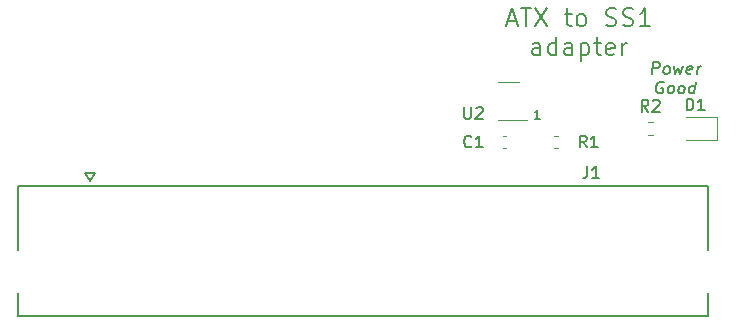
<source format=gbr>
%TF.GenerationSoftware,KiCad,Pcbnew,(5.1.9-0-10_14)*%
%TF.CreationDate,2023-05-06T09:45:43+02:00*%
%TF.ProjectId,SS1_ATX,5353315f-4154-4582-9e6b-696361645f70,rev?*%
%TF.SameCoordinates,Original*%
%TF.FileFunction,Legend,Top*%
%TF.FilePolarity,Positive*%
%FSLAX46Y46*%
G04 Gerber Fmt 4.6, Leading zero omitted, Abs format (unit mm)*
G04 Created by KiCad (PCBNEW (5.1.9-0-10_14)) date 2023-05-06 09:45:43*
%MOMM*%
%LPD*%
G01*
G04 APERTURE LIST*
%ADD10C,0.150000*%
%ADD11C,0.200000*%
%ADD12C,0.120000*%
%ADD13C,0.127000*%
G04 APERTURE END LIST*
D10*
X135584285Y-120389285D02*
X135155714Y-120389285D01*
X135370000Y-120389285D02*
X135370000Y-119639285D01*
X135298571Y-119746428D01*
X135227142Y-119817857D01*
X135155714Y-119853571D01*
D11*
X132824285Y-112125000D02*
X133538571Y-112125000D01*
X132681428Y-112553571D02*
X133181428Y-111053571D01*
X133681428Y-112553571D01*
X133967142Y-111053571D02*
X134824285Y-111053571D01*
X134395714Y-112553571D02*
X134395714Y-111053571D01*
X135181428Y-111053571D02*
X136181428Y-112553571D01*
X136181428Y-111053571D02*
X135181428Y-112553571D01*
X137681428Y-111553571D02*
X138252857Y-111553571D01*
X137895714Y-111053571D02*
X137895714Y-112339285D01*
X137967142Y-112482142D01*
X138110000Y-112553571D01*
X138252857Y-112553571D01*
X138967142Y-112553571D02*
X138824285Y-112482142D01*
X138752857Y-112410714D01*
X138681428Y-112267857D01*
X138681428Y-111839285D01*
X138752857Y-111696428D01*
X138824285Y-111625000D01*
X138967142Y-111553571D01*
X139181428Y-111553571D01*
X139324285Y-111625000D01*
X139395714Y-111696428D01*
X139467142Y-111839285D01*
X139467142Y-112267857D01*
X139395714Y-112410714D01*
X139324285Y-112482142D01*
X139181428Y-112553571D01*
X138967142Y-112553571D01*
X141181428Y-112482142D02*
X141395714Y-112553571D01*
X141752857Y-112553571D01*
X141895714Y-112482142D01*
X141967142Y-112410714D01*
X142038571Y-112267857D01*
X142038571Y-112125000D01*
X141967142Y-111982142D01*
X141895714Y-111910714D01*
X141752857Y-111839285D01*
X141467142Y-111767857D01*
X141324285Y-111696428D01*
X141252857Y-111625000D01*
X141181428Y-111482142D01*
X141181428Y-111339285D01*
X141252857Y-111196428D01*
X141324285Y-111125000D01*
X141467142Y-111053571D01*
X141824285Y-111053571D01*
X142038571Y-111125000D01*
X142610000Y-112482142D02*
X142824285Y-112553571D01*
X143181428Y-112553571D01*
X143324285Y-112482142D01*
X143395714Y-112410714D01*
X143467142Y-112267857D01*
X143467142Y-112125000D01*
X143395714Y-111982142D01*
X143324285Y-111910714D01*
X143181428Y-111839285D01*
X142895714Y-111767857D01*
X142752857Y-111696428D01*
X142681428Y-111625000D01*
X142610000Y-111482142D01*
X142610000Y-111339285D01*
X142681428Y-111196428D01*
X142752857Y-111125000D01*
X142895714Y-111053571D01*
X143252857Y-111053571D01*
X143467142Y-111125000D01*
X144895714Y-112553571D02*
X144038571Y-112553571D01*
X144467142Y-112553571D02*
X144467142Y-111053571D01*
X144324285Y-111267857D01*
X144181428Y-111410714D01*
X144038571Y-111482142D01*
X135610000Y-115003571D02*
X135610000Y-114217857D01*
X135538571Y-114075000D01*
X135395714Y-114003571D01*
X135110000Y-114003571D01*
X134967142Y-114075000D01*
X135610000Y-114932142D02*
X135467142Y-115003571D01*
X135110000Y-115003571D01*
X134967142Y-114932142D01*
X134895714Y-114789285D01*
X134895714Y-114646428D01*
X134967142Y-114503571D01*
X135110000Y-114432142D01*
X135467142Y-114432142D01*
X135610000Y-114360714D01*
X136967142Y-115003571D02*
X136967142Y-113503571D01*
X136967142Y-114932142D02*
X136824285Y-115003571D01*
X136538571Y-115003571D01*
X136395714Y-114932142D01*
X136324285Y-114860714D01*
X136252857Y-114717857D01*
X136252857Y-114289285D01*
X136324285Y-114146428D01*
X136395714Y-114075000D01*
X136538571Y-114003571D01*
X136824285Y-114003571D01*
X136967142Y-114075000D01*
X138324285Y-115003571D02*
X138324285Y-114217857D01*
X138252857Y-114075000D01*
X138110000Y-114003571D01*
X137824285Y-114003571D01*
X137681428Y-114075000D01*
X138324285Y-114932142D02*
X138181428Y-115003571D01*
X137824285Y-115003571D01*
X137681428Y-114932142D01*
X137610000Y-114789285D01*
X137610000Y-114646428D01*
X137681428Y-114503571D01*
X137824285Y-114432142D01*
X138181428Y-114432142D01*
X138324285Y-114360714D01*
X139038571Y-114003571D02*
X139038571Y-115503571D01*
X139038571Y-114075000D02*
X139181428Y-114003571D01*
X139467142Y-114003571D01*
X139610000Y-114075000D01*
X139681428Y-114146428D01*
X139752857Y-114289285D01*
X139752857Y-114717857D01*
X139681428Y-114860714D01*
X139610000Y-114932142D01*
X139467142Y-115003571D01*
X139181428Y-115003571D01*
X139038571Y-114932142D01*
X140181428Y-114003571D02*
X140752857Y-114003571D01*
X140395714Y-113503571D02*
X140395714Y-114789285D01*
X140467142Y-114932142D01*
X140610000Y-115003571D01*
X140752857Y-115003571D01*
X141824285Y-114932142D02*
X141681428Y-115003571D01*
X141395714Y-115003571D01*
X141252857Y-114932142D01*
X141181428Y-114789285D01*
X141181428Y-114217857D01*
X141252857Y-114075000D01*
X141395714Y-114003571D01*
X141681428Y-114003571D01*
X141824285Y-114075000D01*
X141895714Y-114217857D01*
X141895714Y-114360714D01*
X141181428Y-114503571D01*
X142538571Y-115003571D02*
X142538571Y-114003571D01*
X142538571Y-114289285D02*
X142610000Y-114146428D01*
X142681428Y-114075000D01*
X142824285Y-114003571D01*
X142967142Y-114003571D01*
D10*
X145053824Y-116597380D02*
X145178824Y-115597380D01*
X145559776Y-115597380D01*
X145649062Y-115645000D01*
X145690729Y-115692619D01*
X145726443Y-115787857D01*
X145708586Y-115930714D01*
X145649062Y-116025952D01*
X145595491Y-116073571D01*
X145494300Y-116121190D01*
X145113348Y-116121190D01*
X146196681Y-116597380D02*
X146107395Y-116549761D01*
X146065729Y-116502142D01*
X146030014Y-116406904D01*
X146065729Y-116121190D01*
X146125252Y-116025952D01*
X146178824Y-115978333D01*
X146280014Y-115930714D01*
X146422872Y-115930714D01*
X146512157Y-115978333D01*
X146553824Y-116025952D01*
X146589538Y-116121190D01*
X146553824Y-116406904D01*
X146494300Y-116502142D01*
X146440729Y-116549761D01*
X146339538Y-116597380D01*
X146196681Y-116597380D01*
X146946681Y-115930714D02*
X147053824Y-116597380D01*
X147303824Y-116121190D01*
X147434776Y-116597380D01*
X147708586Y-115930714D01*
X148393110Y-116549761D02*
X148291919Y-116597380D01*
X148101443Y-116597380D01*
X148012157Y-116549761D01*
X147976443Y-116454523D01*
X148024062Y-116073571D01*
X148083586Y-115978333D01*
X148184776Y-115930714D01*
X148375252Y-115930714D01*
X148464538Y-115978333D01*
X148500252Y-116073571D01*
X148488348Y-116168809D01*
X148000252Y-116264047D01*
X148863348Y-116597380D02*
X148946681Y-115930714D01*
X148922872Y-116121190D02*
X148982395Y-116025952D01*
X149035967Y-115978333D01*
X149137157Y-115930714D01*
X149232395Y-115930714D01*
X146053824Y-117295000D02*
X145964538Y-117247380D01*
X145821681Y-117247380D01*
X145672872Y-117295000D01*
X145565729Y-117390238D01*
X145506205Y-117485476D01*
X145434776Y-117675952D01*
X145416919Y-117818809D01*
X145440729Y-118009285D01*
X145476443Y-118104523D01*
X145559776Y-118199761D01*
X145696681Y-118247380D01*
X145791919Y-118247380D01*
X145940729Y-118199761D01*
X145994300Y-118152142D01*
X146035967Y-117818809D01*
X145845491Y-117818809D01*
X146553824Y-118247380D02*
X146464538Y-118199761D01*
X146422872Y-118152142D01*
X146387157Y-118056904D01*
X146422872Y-117771190D01*
X146482395Y-117675952D01*
X146535967Y-117628333D01*
X146637157Y-117580714D01*
X146780014Y-117580714D01*
X146869300Y-117628333D01*
X146910967Y-117675952D01*
X146946681Y-117771190D01*
X146910967Y-118056904D01*
X146851443Y-118152142D01*
X146797872Y-118199761D01*
X146696681Y-118247380D01*
X146553824Y-118247380D01*
X147458586Y-118247380D02*
X147369300Y-118199761D01*
X147327633Y-118152142D01*
X147291919Y-118056904D01*
X147327633Y-117771190D01*
X147387157Y-117675952D01*
X147440729Y-117628333D01*
X147541919Y-117580714D01*
X147684776Y-117580714D01*
X147774062Y-117628333D01*
X147815729Y-117675952D01*
X147851443Y-117771190D01*
X147815729Y-118056904D01*
X147756205Y-118152142D01*
X147702633Y-118199761D01*
X147601443Y-118247380D01*
X147458586Y-118247380D01*
X148649062Y-118247380D02*
X148774062Y-117247380D01*
X148655014Y-118199761D02*
X148553824Y-118247380D01*
X148363348Y-118247380D01*
X148274062Y-118199761D01*
X148232395Y-118152142D01*
X148196681Y-118056904D01*
X148232395Y-117771190D01*
X148291919Y-117675952D01*
X148345491Y-117628333D01*
X148446681Y-117580714D01*
X148637157Y-117580714D01*
X148726443Y-117628333D01*
D12*
%TO.C,R1*%
X137082779Y-121850000D02*
X136757221Y-121850000D01*
X137082779Y-122870000D02*
X136757221Y-122870000D01*
%TO.C,R2*%
X144688522Y-121749362D02*
X145163038Y-121749362D01*
X144688522Y-120704362D02*
X145163038Y-120704362D01*
D13*
%TO.C,J1*%
X91410000Y-126050000D02*
X149790000Y-126050000D01*
X149790000Y-137050000D02*
X91410000Y-137050000D01*
X91410000Y-126050000D02*
X91410000Y-131520000D01*
X91410000Y-137050000D02*
X91410000Y-135160000D01*
X149790000Y-126050000D02*
X149790000Y-131520000D01*
X149790000Y-135160000D02*
X149790000Y-137050000D01*
X97500000Y-125646000D02*
X97900000Y-124946000D01*
X97100000Y-124946000D02*
X97500000Y-125646000D01*
X97900000Y-124946000D02*
X97100000Y-124946000D01*
D12*
%TO.C,D1*%
X150610780Y-120266862D02*
X147925780Y-120266862D01*
X150610780Y-122186862D02*
X150610780Y-120266862D01*
X147925780Y-122186862D02*
X150610780Y-122186862D01*
%TO.C,U2*%
X132030000Y-120470000D02*
X134480000Y-120470000D01*
X133830000Y-117250000D02*
X132030000Y-117250000D01*
%TO.C,C1*%
X132745580Y-121850000D02*
X132464420Y-121850000D01*
X132745580Y-122870000D02*
X132464420Y-122870000D01*
%TO.C,R1*%
D10*
X139523333Y-122812380D02*
X139190000Y-122336190D01*
X138951904Y-122812380D02*
X138951904Y-121812380D01*
X139332857Y-121812380D01*
X139428095Y-121860000D01*
X139475714Y-121907619D01*
X139523333Y-122002857D01*
X139523333Y-122145714D01*
X139475714Y-122240952D01*
X139428095Y-122288571D01*
X139332857Y-122336190D01*
X138951904Y-122336190D01*
X140475714Y-122812380D02*
X139904285Y-122812380D01*
X140190000Y-122812380D02*
X140190000Y-121812380D01*
X140094761Y-121955238D01*
X139999523Y-122050476D01*
X139904285Y-122098095D01*
%TO.C,R2*%
X144759113Y-119779242D02*
X144425780Y-119303052D01*
X144187684Y-119779242D02*
X144187684Y-118779242D01*
X144568637Y-118779242D01*
X144663875Y-118826862D01*
X144711494Y-118874481D01*
X144759113Y-118969719D01*
X144759113Y-119112576D01*
X144711494Y-119207814D01*
X144663875Y-119255433D01*
X144568637Y-119303052D01*
X144187684Y-119303052D01*
X145140065Y-118874481D02*
X145187684Y-118826862D01*
X145282922Y-118779242D01*
X145521018Y-118779242D01*
X145616256Y-118826862D01*
X145663875Y-118874481D01*
X145711494Y-118969719D01*
X145711494Y-119064957D01*
X145663875Y-119207814D01*
X145092446Y-119779242D01*
X145711494Y-119779242D01*
%TO.C,J1*%
X139576666Y-124422380D02*
X139576666Y-125136666D01*
X139529047Y-125279523D01*
X139433809Y-125374761D01*
X139290952Y-125422380D01*
X139195714Y-125422380D01*
X140576666Y-125422380D02*
X140005238Y-125422380D01*
X140290952Y-125422380D02*
X140290952Y-124422380D01*
X140195714Y-124565238D01*
X140100476Y-124660476D01*
X140005238Y-124708095D01*
%TO.C,D1*%
X147987684Y-119679242D02*
X147987684Y-118679242D01*
X148225780Y-118679242D01*
X148368637Y-118726862D01*
X148463875Y-118822100D01*
X148511494Y-118917338D01*
X148559113Y-119107814D01*
X148559113Y-119250671D01*
X148511494Y-119441147D01*
X148463875Y-119536385D01*
X148368637Y-119631623D01*
X148225780Y-119679242D01*
X147987684Y-119679242D01*
X149511494Y-119679242D02*
X148940065Y-119679242D01*
X149225780Y-119679242D02*
X149225780Y-118679242D01*
X149130541Y-118822100D01*
X149035303Y-118917338D01*
X148940065Y-118964957D01*
%TO.C,U2*%
X129168095Y-119412380D02*
X129168095Y-120221904D01*
X129215714Y-120317142D01*
X129263333Y-120364761D01*
X129358571Y-120412380D01*
X129549047Y-120412380D01*
X129644285Y-120364761D01*
X129691904Y-120317142D01*
X129739523Y-120221904D01*
X129739523Y-119412380D01*
X130168095Y-119507619D02*
X130215714Y-119460000D01*
X130310952Y-119412380D01*
X130549047Y-119412380D01*
X130644285Y-119460000D01*
X130691904Y-119507619D01*
X130739523Y-119602857D01*
X130739523Y-119698095D01*
X130691904Y-119840952D01*
X130120476Y-120412380D01*
X130739523Y-120412380D01*
%TO.C,C1*%
X129763333Y-122717142D02*
X129715714Y-122764761D01*
X129572857Y-122812380D01*
X129477619Y-122812380D01*
X129334761Y-122764761D01*
X129239523Y-122669523D01*
X129191904Y-122574285D01*
X129144285Y-122383809D01*
X129144285Y-122240952D01*
X129191904Y-122050476D01*
X129239523Y-121955238D01*
X129334761Y-121860000D01*
X129477619Y-121812380D01*
X129572857Y-121812380D01*
X129715714Y-121860000D01*
X129763333Y-121907619D01*
X130715714Y-122812380D02*
X130144285Y-122812380D01*
X130430000Y-122812380D02*
X130430000Y-121812380D01*
X130334761Y-121955238D01*
X130239523Y-122050476D01*
X130144285Y-122098095D01*
%TD*%
M02*

</source>
